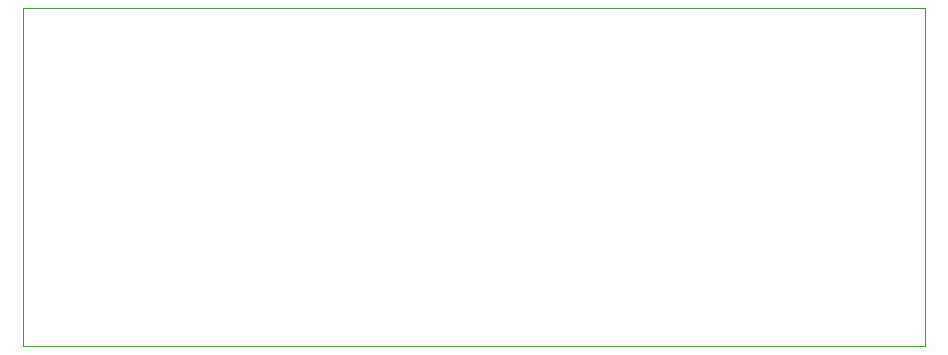
<source format=gko>
%FSLAX24Y24*%
%MOIN*%
G70*
G01*
G75*
G04 Layer_Color=16711935*
%ADD10R,0.0354X0.0197*%
%ADD11R,0.0197X0.0354*%
%ADD12O,0.0571X0.0177*%
%ADD13R,0.0512X0.0236*%
%ADD14R,0.0236X0.0165*%
%ADD15R,0.0236X0.0512*%
%ADD16R,0.0413X0.0236*%
%ADD17R,0.1102X0.0492*%
%ADD18O,0.0630X0.0118*%
%ADD19R,0.0661X0.0740*%
%ADD20R,0.0512X0.0512*%
%ADD21R,0.0669X0.0433*%
%ADD22C,0.0310*%
%ADD23R,0.0374X0.0177*%
%ADD24R,0.0276X0.0591*%
%ADD25R,0.0591X0.0276*%
%ADD26C,0.0150*%
%ADD27C,0.0120*%
%ADD28R,0.0591X0.0591*%
%ADD29C,0.0591*%
%ADD30C,0.0709*%
%ADD31C,0.0661*%
%ADD32C,0.0390*%
%ADD33C,0.0280*%
%ADD34C,0.0400*%
%ADD35C,0.0197*%
%ADD36C,0.1575*%
%ADD37C,0.0600*%
%ADD38R,0.0358X0.1433*%
%ADD39C,0.0098*%
%ADD40C,0.0236*%
%ADD41C,0.0100*%
%ADD42C,0.0050*%
%ADD43C,0.0039*%
%ADD44C,0.0079*%
%ADD45C,0.0060*%
%ADD46R,0.0414X0.0257*%
%ADD47R,0.0257X0.0414*%
%ADD48O,0.0631X0.0237*%
%ADD49R,0.0572X0.0296*%
%ADD50R,0.0296X0.0225*%
%ADD51R,0.0296X0.0572*%
%ADD52R,0.0473X0.0296*%
%ADD53R,0.1162X0.0552*%
%ADD54O,0.0690X0.0178*%
%ADD55R,0.0721X0.0800*%
%ADD56R,0.0572X0.0572*%
%ADD57R,0.0729X0.0493*%
%ADD58C,0.0370*%
%ADD59R,0.0434X0.0237*%
%ADD60R,0.0336X0.0651*%
%ADD61R,0.0651X0.0336*%
%ADD62R,0.0651X0.0651*%
%ADD63C,0.0651*%
%ADD64C,0.0060*%
%ADD65C,0.0769*%
%ADD66C,0.0721*%
%ADD67C,0.1175*%
%ADD68R,0.0418X0.1493*%
D43*
X16250Y12250D02*
Y23500D01*
Y12250D02*
X46300D01*
Y23500D01*
X16250D02*
X46300D01*
M02*

</source>
